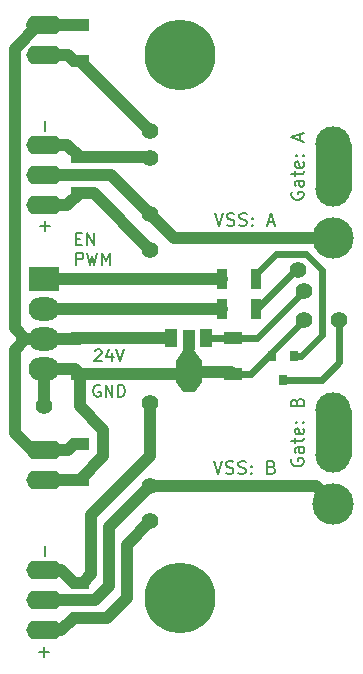
<source format=gbr>
G04 #@! TF.FileFunction,Copper,L1,Top,Signal*
%FSLAX46Y46*%
G04 Gerber Fmt 4.6, Leading zero omitted, Abs format (unit mm)*
G04 Created by KiCad (PCBNEW 4.0.7) date 04/23/18 08:39:13*
%MOMM*%
%LPD*%
G01*
G04 APERTURE LIST*
%ADD10C,0.100000*%
%ADD11C,0.150000*%
%ADD12R,0.900000X1.700000*%
%ADD13R,2.600000X2.000000*%
%ADD14O,2.600000X2.000000*%
%ADD15R,0.800000X0.900000*%
%ADD16R,1.600000X1.000000*%
%ADD17C,2.999740*%
%ADD18C,3.500120*%
%ADD19R,1.000000X1.500000*%
%ADD20R,1.000000X1.800000*%
%ADD21R,2.200000X1.840000*%
%ADD22C,6.000000*%
%ADD23O,3.000000X1.600000*%
%ADD24C,1.400000*%
%ADD25C,1.000000*%
%ADD26C,0.600000*%
%ADD27C,0.300000*%
%ADD28C,0.256000*%
G04 APERTURE END LIST*
D10*
D11*
X17933334Y-19397619D02*
X18300001Y-20497619D01*
X18666667Y-19397619D01*
X18980953Y-20445238D02*
X19138096Y-20497619D01*
X19400000Y-20497619D01*
X19504762Y-20445238D01*
X19557143Y-20392857D01*
X19609524Y-20288095D01*
X19609524Y-20183333D01*
X19557143Y-20078571D01*
X19504762Y-20026190D01*
X19400000Y-19973810D01*
X19190477Y-19921429D01*
X19085715Y-19869048D01*
X19033334Y-19816667D01*
X18980953Y-19711905D01*
X18980953Y-19607143D01*
X19033334Y-19502381D01*
X19085715Y-19450000D01*
X19190477Y-19397619D01*
X19452381Y-19397619D01*
X19609524Y-19450000D01*
X20028572Y-20445238D02*
X20185715Y-20497619D01*
X20447619Y-20497619D01*
X20552381Y-20445238D01*
X20604762Y-20392857D01*
X20657143Y-20288095D01*
X20657143Y-20183333D01*
X20604762Y-20078571D01*
X20552381Y-20026190D01*
X20447619Y-19973810D01*
X20238096Y-19921429D01*
X20133334Y-19869048D01*
X20080953Y-19816667D01*
X20028572Y-19711905D01*
X20028572Y-19607143D01*
X20080953Y-19502381D01*
X20133334Y-19450000D01*
X20238096Y-19397619D01*
X20500000Y-19397619D01*
X20657143Y-19450000D01*
X21128572Y-20392857D02*
X21180953Y-20445238D01*
X21128572Y-20497619D01*
X21076191Y-20445238D01*
X21128572Y-20392857D01*
X21128572Y-20497619D01*
X21128572Y-19816667D02*
X21180953Y-19869048D01*
X21128572Y-19921429D01*
X21076191Y-19869048D01*
X21128572Y-19816667D01*
X21128572Y-19921429D01*
X22438096Y-20183333D02*
X22961905Y-20183333D01*
X22333334Y-20497619D02*
X22700001Y-19397619D01*
X23066667Y-20497619D01*
X17854762Y-40397619D02*
X18221429Y-41497619D01*
X18588095Y-40397619D01*
X18902381Y-41445238D02*
X19059524Y-41497619D01*
X19321428Y-41497619D01*
X19426190Y-41445238D01*
X19478571Y-41392857D01*
X19530952Y-41288095D01*
X19530952Y-41183333D01*
X19478571Y-41078571D01*
X19426190Y-41026190D01*
X19321428Y-40973810D01*
X19111905Y-40921429D01*
X19007143Y-40869048D01*
X18954762Y-40816667D01*
X18902381Y-40711905D01*
X18902381Y-40607143D01*
X18954762Y-40502381D01*
X19007143Y-40450000D01*
X19111905Y-40397619D01*
X19373809Y-40397619D01*
X19530952Y-40450000D01*
X19950000Y-41445238D02*
X20107143Y-41497619D01*
X20369047Y-41497619D01*
X20473809Y-41445238D01*
X20526190Y-41392857D01*
X20578571Y-41288095D01*
X20578571Y-41183333D01*
X20526190Y-41078571D01*
X20473809Y-41026190D01*
X20369047Y-40973810D01*
X20159524Y-40921429D01*
X20054762Y-40869048D01*
X20002381Y-40816667D01*
X19950000Y-40711905D01*
X19950000Y-40607143D01*
X20002381Y-40502381D01*
X20054762Y-40450000D01*
X20159524Y-40397619D01*
X20421428Y-40397619D01*
X20578571Y-40450000D01*
X21050000Y-41392857D02*
X21102381Y-41445238D01*
X21050000Y-41497619D01*
X20997619Y-41445238D01*
X21050000Y-41392857D01*
X21050000Y-41497619D01*
X21050000Y-40816667D02*
X21102381Y-40869048D01*
X21050000Y-40921429D01*
X20997619Y-40869048D01*
X21050000Y-40816667D01*
X21050000Y-40921429D01*
X22778571Y-40921429D02*
X22935714Y-40973810D01*
X22988095Y-41026190D01*
X23040476Y-41130952D01*
X23040476Y-41288095D01*
X22988095Y-41392857D01*
X22935714Y-41445238D01*
X22830952Y-41497619D01*
X22411905Y-41497619D01*
X22411905Y-40397619D01*
X22778571Y-40397619D01*
X22883333Y-40450000D01*
X22935714Y-40502381D01*
X22988095Y-40607143D01*
X22988095Y-40711905D01*
X22935714Y-40816667D01*
X22883333Y-40869048D01*
X22778571Y-40921429D01*
X22411905Y-40921429D01*
X3578571Y-20919047D02*
X3578571Y-20080952D01*
X3997619Y-20500000D02*
X3159524Y-20500000D01*
X3578571Y-12419047D02*
X3578571Y-11580952D01*
X3578571Y-48419047D02*
X3578571Y-47580952D01*
X3080953Y-56578571D02*
X3919048Y-56578571D01*
X3500000Y-56997619D02*
X3500000Y-56159524D01*
X7809524Y-31047619D02*
X7857143Y-31000000D01*
X7952381Y-30952381D01*
X8190477Y-30952381D01*
X8285715Y-31000000D01*
X8333334Y-31047619D01*
X8380953Y-31142857D01*
X8380953Y-31238095D01*
X8333334Y-31380952D01*
X7761905Y-31952381D01*
X8380953Y-31952381D01*
X9238096Y-31285714D02*
X9238096Y-31952381D01*
X9000000Y-30904762D02*
X8761905Y-31619048D01*
X9380953Y-31619048D01*
X9619048Y-30952381D02*
X9952381Y-31952381D01*
X10285715Y-30952381D01*
X8238096Y-34000000D02*
X8142858Y-33952381D01*
X8000001Y-33952381D01*
X7857143Y-34000000D01*
X7761905Y-34095238D01*
X7714286Y-34190476D01*
X7666667Y-34380952D01*
X7666667Y-34523810D01*
X7714286Y-34714286D01*
X7761905Y-34809524D01*
X7857143Y-34904762D01*
X8000001Y-34952381D01*
X8095239Y-34952381D01*
X8238096Y-34904762D01*
X8285715Y-34857143D01*
X8285715Y-34523810D01*
X8095239Y-34523810D01*
X8714286Y-34952381D02*
X8714286Y-33952381D01*
X9285715Y-34952381D01*
X9285715Y-33952381D01*
X9761905Y-34952381D02*
X9761905Y-33952381D01*
X10000000Y-33952381D01*
X10142858Y-34000000D01*
X10238096Y-34095238D01*
X10285715Y-34190476D01*
X10333334Y-34380952D01*
X10333334Y-34523810D01*
X10285715Y-34714286D01*
X10238096Y-34809524D01*
X10142858Y-34904762D01*
X10000000Y-34952381D01*
X9761905Y-34952381D01*
X6238095Y-21603571D02*
X6571429Y-21603571D01*
X6714286Y-22127381D02*
X6238095Y-22127381D01*
X6238095Y-21127381D01*
X6714286Y-21127381D01*
X7142857Y-22127381D02*
X7142857Y-21127381D01*
X7714286Y-22127381D01*
X7714286Y-21127381D01*
X6238095Y-23777381D02*
X6238095Y-22777381D01*
X6619048Y-22777381D01*
X6714286Y-22825000D01*
X6761905Y-22872619D01*
X6809524Y-22967857D01*
X6809524Y-23110714D01*
X6761905Y-23205952D01*
X6714286Y-23253571D01*
X6619048Y-23301190D01*
X6238095Y-23301190D01*
X7142857Y-22777381D02*
X7380952Y-23777381D01*
X7571429Y-23063095D01*
X7761905Y-23777381D01*
X8000000Y-22777381D01*
X8380952Y-23777381D02*
X8380952Y-22777381D01*
X8714286Y-23491667D01*
X9047619Y-22777381D01*
X9047619Y-23777381D01*
X24450000Y-40226190D02*
X24397619Y-40330952D01*
X24397619Y-40488095D01*
X24450000Y-40645237D01*
X24554762Y-40749999D01*
X24659524Y-40802380D01*
X24869048Y-40854761D01*
X25026190Y-40854761D01*
X25235714Y-40802380D01*
X25340476Y-40749999D01*
X25445238Y-40645237D01*
X25497619Y-40488095D01*
X25497619Y-40383333D01*
X25445238Y-40226190D01*
X25392857Y-40173809D01*
X25026190Y-40173809D01*
X25026190Y-40383333D01*
X25497619Y-39230952D02*
X24921429Y-39230952D01*
X24816667Y-39283333D01*
X24764286Y-39388095D01*
X24764286Y-39597618D01*
X24816667Y-39702380D01*
X25445238Y-39230952D02*
X25497619Y-39335714D01*
X25497619Y-39597618D01*
X25445238Y-39702380D01*
X25340476Y-39754761D01*
X25235714Y-39754761D01*
X25130952Y-39702380D01*
X25078571Y-39597618D01*
X25078571Y-39335714D01*
X25026190Y-39230952D01*
X24764286Y-38864285D02*
X24764286Y-38445237D01*
X24397619Y-38707142D02*
X25340476Y-38707142D01*
X25445238Y-38654761D01*
X25497619Y-38549999D01*
X25497619Y-38445237D01*
X25445238Y-37659524D02*
X25497619Y-37764286D01*
X25497619Y-37973809D01*
X25445238Y-38078571D01*
X25340476Y-38130952D01*
X24921429Y-38130952D01*
X24816667Y-38078571D01*
X24764286Y-37973809D01*
X24764286Y-37764286D01*
X24816667Y-37659524D01*
X24921429Y-37607143D01*
X25026190Y-37607143D01*
X25130952Y-38130952D01*
X25392857Y-37135714D02*
X25445238Y-37083333D01*
X25497619Y-37135714D01*
X25445238Y-37188095D01*
X25392857Y-37135714D01*
X25497619Y-37135714D01*
X24816667Y-37135714D02*
X24869048Y-37083333D01*
X24921429Y-37135714D01*
X24869048Y-37188095D01*
X24816667Y-37135714D01*
X24921429Y-37135714D01*
X24921429Y-35407143D02*
X24973810Y-35250000D01*
X25026190Y-35197619D01*
X25130952Y-35145238D01*
X25288095Y-35145238D01*
X25392857Y-35197619D01*
X25445238Y-35250000D01*
X25497619Y-35354762D01*
X25497619Y-35773809D01*
X24397619Y-35773809D01*
X24397619Y-35407143D01*
X24450000Y-35302381D01*
X24502381Y-35250000D01*
X24607143Y-35197619D01*
X24711905Y-35197619D01*
X24816667Y-35250000D01*
X24869048Y-35302381D01*
X24921429Y-35407143D01*
X24921429Y-35773809D01*
X24450000Y-17647619D02*
X24397619Y-17752381D01*
X24397619Y-17909524D01*
X24450000Y-18066666D01*
X24554762Y-18171428D01*
X24659524Y-18223809D01*
X24869048Y-18276190D01*
X25026190Y-18276190D01*
X25235714Y-18223809D01*
X25340476Y-18171428D01*
X25445238Y-18066666D01*
X25497619Y-17909524D01*
X25497619Y-17804762D01*
X25445238Y-17647619D01*
X25392857Y-17595238D01*
X25026190Y-17595238D01*
X25026190Y-17804762D01*
X25497619Y-16652381D02*
X24921429Y-16652381D01*
X24816667Y-16704762D01*
X24764286Y-16809524D01*
X24764286Y-17019047D01*
X24816667Y-17123809D01*
X25445238Y-16652381D02*
X25497619Y-16757143D01*
X25497619Y-17019047D01*
X25445238Y-17123809D01*
X25340476Y-17176190D01*
X25235714Y-17176190D01*
X25130952Y-17123809D01*
X25078571Y-17019047D01*
X25078571Y-16757143D01*
X25026190Y-16652381D01*
X24764286Y-16285714D02*
X24764286Y-15866666D01*
X24397619Y-16128571D02*
X25340476Y-16128571D01*
X25445238Y-16076190D01*
X25497619Y-15971428D01*
X25497619Y-15866666D01*
X25445238Y-15080953D02*
X25497619Y-15185715D01*
X25497619Y-15395238D01*
X25445238Y-15500000D01*
X25340476Y-15552381D01*
X24921429Y-15552381D01*
X24816667Y-15500000D01*
X24764286Y-15395238D01*
X24764286Y-15185715D01*
X24816667Y-15080953D01*
X24921429Y-15028572D01*
X25026190Y-15028572D01*
X25130952Y-15552381D01*
X25392857Y-14557143D02*
X25445238Y-14504762D01*
X25497619Y-14557143D01*
X25445238Y-14609524D01*
X25392857Y-14557143D01*
X25497619Y-14557143D01*
X24816667Y-14557143D02*
X24869048Y-14504762D01*
X24921429Y-14557143D01*
X24869048Y-14609524D01*
X24816667Y-14557143D01*
X24921429Y-14557143D01*
X25183333Y-13247619D02*
X25183333Y-12723810D01*
X25497619Y-13352381D02*
X24397619Y-12985714D01*
X25497619Y-12619048D01*
D12*
X21450000Y-27500000D03*
X18550000Y-27500000D03*
D13*
X3500000Y-25000000D03*
D14*
X3500000Y-27540000D03*
X3500000Y-30080000D03*
X3500000Y-32620000D03*
D12*
X21450000Y-25000000D03*
X18550000Y-25000000D03*
D15*
X24700000Y-31500000D03*
X22800000Y-31500000D03*
X23750000Y-33500000D03*
D16*
X6500000Y-3500000D03*
X6500000Y-6500000D03*
X12000000Y-30000000D03*
X12000000Y-33000000D03*
X19500000Y-30000000D03*
X19500000Y-33000000D03*
X6500000Y-30000000D03*
X6500000Y-33000000D03*
X6500000Y-17700000D03*
X6500000Y-14700000D03*
X6500000Y-53700000D03*
X6500000Y-50700000D03*
X6500000Y-39000000D03*
X6500000Y-42000000D03*
D17*
X28000000Y-17405000D03*
X28000000Y-13595000D03*
D18*
X28000000Y-21500000D03*
D17*
X28000000Y-39905000D03*
X28000000Y-36095000D03*
D18*
X28000000Y-44000000D03*
D10*
G36*
X16850000Y-33742000D02*
X16250000Y-34592000D01*
X15250000Y-34592000D01*
X14650000Y-33742000D01*
X16850000Y-33742000D01*
X16850000Y-33742000D01*
G37*
D19*
X17250000Y-30020000D03*
D20*
X15750000Y-30166500D03*
D19*
X14250000Y-30020000D03*
D21*
X15750000Y-32833500D03*
D10*
G36*
X14650000Y-31923800D02*
X15350000Y-30923800D01*
X16150000Y-30923800D01*
X16850000Y-31923800D01*
X14650000Y-31923800D01*
X14650000Y-31923800D01*
G37*
D22*
X15000000Y-52000000D03*
X15000000Y-6000000D03*
D23*
X3500000Y-3500000D03*
X3500000Y-6040000D03*
X3500000Y-13660000D03*
X3500000Y-16200000D03*
X3500000Y-18740000D03*
X3500000Y-39500000D03*
X3500000Y-42040000D03*
X3500000Y-49660000D03*
X3500000Y-52200000D03*
X3500000Y-54740000D03*
D24*
X25500000Y-28500000D03*
X12500000Y-12500000D03*
X3500000Y-35750000D03*
X25500000Y-26000000D03*
X12500000Y-22500000D03*
X12500000Y-14750000D03*
X12500000Y-19500000D03*
X25000000Y-24250000D03*
X12500000Y-45500000D03*
X12500000Y-35500000D03*
X12500000Y-42500000D03*
X28500000Y-28500000D03*
D25*
X3500000Y-3500000D02*
X2500000Y-3500000D01*
X3000000Y-3500000D02*
X1000000Y-5500000D01*
X1000000Y-29160000D02*
X1000000Y-5500000D01*
X1920000Y-30080000D02*
X1000000Y-29160000D01*
X3500000Y-30080000D02*
X1920000Y-30080000D01*
X1000000Y-38000000D02*
X2500000Y-39500000D01*
X1000000Y-31000000D02*
X1000000Y-38000000D01*
X1920000Y-30080000D02*
X1000000Y-31000000D01*
X2500000Y-39500000D02*
X3000000Y-39500000D01*
X3000000Y-39500000D02*
X5500000Y-39500000D01*
X5500000Y-39500000D02*
X6000000Y-39000000D01*
X3500000Y-30080000D02*
X6420000Y-30080000D01*
X12000000Y-30000000D02*
X14230000Y-30000000D01*
D26*
X14230000Y-30000000D02*
X14250000Y-30020000D01*
D25*
X6500000Y-30000000D02*
X12000000Y-30000000D01*
D26*
X6420000Y-30080000D02*
X6500000Y-30000000D01*
D25*
X3500000Y-3500000D02*
X6000000Y-3500000D01*
D26*
X22800000Y-31500000D02*
X22800000Y-31200000D01*
X22800000Y-31200000D02*
X23000000Y-31000000D01*
X19500000Y-33000000D02*
X21000000Y-33000000D01*
X21000000Y-33000000D02*
X23000000Y-31000000D01*
X23000000Y-31000000D02*
X25500000Y-28500000D01*
D27*
X15750000Y-31423800D02*
X15750000Y-32833500D01*
X15750000Y-32833500D02*
X15750000Y-30166500D01*
X15750000Y-34167000D02*
X15750000Y-32833500D01*
D25*
X6500000Y-42000000D02*
X3540000Y-42000000D01*
X3540000Y-42000000D02*
X3500000Y-42040000D01*
X6500000Y-33000000D02*
X6500000Y-35750000D01*
X8500000Y-40000000D02*
X6500000Y-42000000D01*
X8500000Y-37750000D02*
X8500000Y-40000000D01*
X6500000Y-35750000D02*
X8500000Y-37750000D01*
X12500000Y-12500000D02*
X6500000Y-6500000D01*
X3500000Y-32620000D02*
X3500000Y-35750000D01*
D26*
X19550000Y-32950000D02*
X19500000Y-33000000D01*
X19500000Y-33000000D02*
X19500000Y-32950000D01*
D25*
X15750000Y-32833500D02*
X19333500Y-32833500D01*
D26*
X19333500Y-32833500D02*
X19500000Y-33000000D01*
D25*
X12000000Y-33000000D02*
X15583500Y-33000000D01*
D26*
X15583500Y-33000000D02*
X15750000Y-32833500D01*
D25*
X6500000Y-33000000D02*
X12000000Y-33000000D01*
X3500000Y-32620000D02*
X6120000Y-32620000D01*
X6120000Y-32620000D02*
X6500000Y-33000000D01*
X3500000Y-6040000D02*
X5540000Y-6040000D01*
X5540000Y-6040000D02*
X6000000Y-6500000D01*
D26*
X21500000Y-30000000D02*
X25500000Y-26000000D01*
X21500000Y-30000000D02*
X19500000Y-30000000D01*
X19500000Y-30000000D02*
X19750000Y-30000000D01*
X19500000Y-30000000D02*
X20000000Y-30000000D01*
X17250000Y-30020000D02*
X19480000Y-30020000D01*
X19480000Y-30020000D02*
X19500000Y-30000000D01*
D25*
X6500000Y-17700000D02*
X7700000Y-17700000D01*
X7700000Y-17700000D02*
X12500000Y-22500000D01*
X3500000Y-18740000D02*
X5460000Y-18740000D01*
X5460000Y-18740000D02*
X6500000Y-17700000D01*
X6500000Y-14700000D02*
X10300000Y-14700000D01*
X12450000Y-14700000D02*
X10300000Y-14700000D01*
X12500000Y-14750000D02*
X12450000Y-14700000D01*
X3500000Y-13660000D02*
X5460000Y-13660000D01*
X5460000Y-13660000D02*
X6500000Y-14700000D01*
X28000000Y-21500000D02*
X14500000Y-21500000D01*
X14500000Y-21500000D02*
X12500000Y-19500000D01*
X3500000Y-16200000D02*
X9200000Y-16200000D01*
X9200000Y-16200000D02*
X12500000Y-19500000D01*
D26*
X21450000Y-27500000D02*
X21500000Y-27500000D01*
X21500000Y-27500000D02*
X24750000Y-24250000D01*
X24750000Y-24250000D02*
X25000000Y-24250000D01*
D25*
X6000000Y-53700000D02*
X8800000Y-53700000D01*
X10500000Y-47500000D02*
X12500000Y-45500000D01*
X10500000Y-52000000D02*
X10500000Y-47500000D01*
X8800000Y-53700000D02*
X10500000Y-52000000D01*
X3000000Y-54740000D02*
X4960000Y-54740000D01*
X4960000Y-54740000D02*
X6000000Y-53700000D01*
X6000000Y-50700000D02*
X6800000Y-50700000D01*
X6800000Y-50700000D02*
X7500000Y-50000000D01*
X12500000Y-40000000D02*
X12500000Y-35500000D01*
X7500000Y-45000000D02*
X12500000Y-40000000D01*
X7500000Y-50000000D02*
X7500000Y-45000000D01*
X3000000Y-49660000D02*
X4960000Y-49660000D01*
X4960000Y-49660000D02*
X6000000Y-50700000D01*
X12500000Y-42500000D02*
X26500000Y-42500000D01*
X26500000Y-42500000D02*
X28000000Y-44000000D01*
X3000000Y-52200000D02*
X7800000Y-52200000D01*
X9000000Y-46000000D02*
X12500000Y-42500000D01*
X9000000Y-51000000D02*
X9000000Y-46000000D01*
X7800000Y-52200000D02*
X9000000Y-51000000D01*
X18550000Y-27500000D02*
X3540000Y-27500000D01*
D26*
X3540000Y-27500000D02*
X3500000Y-27540000D01*
D25*
X3500000Y-25000000D02*
X18550000Y-25000000D01*
D26*
X24700000Y-31500000D02*
X25250000Y-31500000D01*
X23100000Y-22900000D02*
X21450000Y-24550000D01*
X25650000Y-22900000D02*
X23100000Y-22900000D01*
X27000000Y-24250000D02*
X25650000Y-22900000D01*
X27000000Y-29750000D02*
X27000000Y-24250000D01*
X25250000Y-31500000D02*
X27000000Y-29750000D01*
X21450000Y-24550000D02*
X21450000Y-25000000D01*
X23750000Y-33500000D02*
X27000000Y-33500000D01*
X28500000Y-32000000D02*
X28500000Y-28500000D01*
X27000000Y-33500000D02*
X28500000Y-32000000D01*
D28*
G36*
X29372000Y-13553020D02*
X29372000Y-17446980D01*
X28446980Y-18372000D01*
X27553020Y-18372000D01*
X26628000Y-17446980D01*
X26628000Y-13553020D01*
X27553020Y-12628000D01*
X28446980Y-12628000D01*
X29372000Y-13553020D01*
X29372000Y-13553020D01*
G37*
X29372000Y-13553020D02*
X29372000Y-17446980D01*
X28446980Y-18372000D01*
X27553020Y-18372000D01*
X26628000Y-17446980D01*
X26628000Y-13553020D01*
X27553020Y-12628000D01*
X28446980Y-12628000D01*
X29372000Y-13553020D01*
G36*
X29372000Y-36053020D02*
X29372000Y-39946980D01*
X28446980Y-40872000D01*
X27553020Y-40872000D01*
X26628000Y-39946980D01*
X26628000Y-36053020D01*
X27553020Y-35128000D01*
X28446980Y-35128000D01*
X29372000Y-36053020D01*
X29372000Y-36053020D01*
G37*
X29372000Y-36053020D02*
X29372000Y-39946980D01*
X28446980Y-40872000D01*
X27553020Y-40872000D01*
X26628000Y-39946980D01*
X26628000Y-36053020D01*
X27553020Y-35128000D01*
X28446980Y-35128000D01*
X29372000Y-36053020D01*
M02*

</source>
